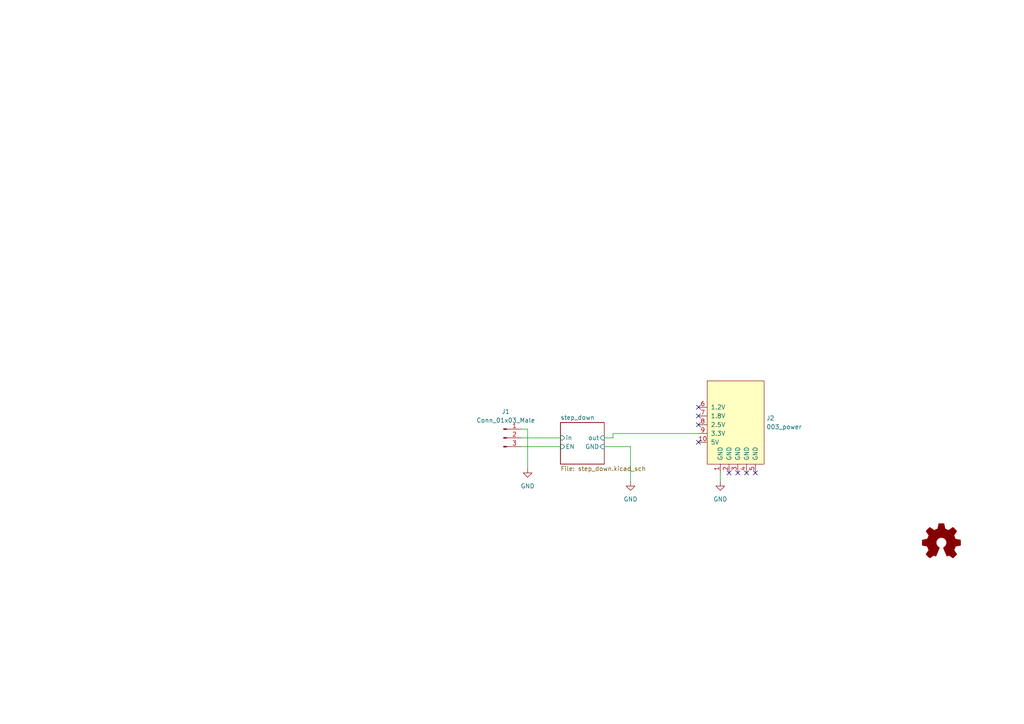
<source format=kicad_sch>
(kicad_sch (version 20230121) (generator eeschema)

  (uuid 57732dd3-1162-4c3f-88bd-31bf473d124d)

  (paper "A4")

  (lib_symbols
    (symbol "Connector:Conn_01x03_Male" (pin_names (offset 1.016) hide) (in_bom yes) (on_board yes)
      (property "Reference" "J" (at 0 5.08 0)
        (effects (font (size 1.27 1.27)))
      )
      (property "Value" "Conn_01x03_Male" (at 0 -5.08 0)
        (effects (font (size 1.27 1.27)))
      )
      (property "Footprint" "" (at 0 0 0)
        (effects (font (size 1.27 1.27)) hide)
      )
      (property "Datasheet" "~" (at 0 0 0)
        (effects (font (size 1.27 1.27)) hide)
      )
      (property "ki_keywords" "connector" (at 0 0 0)
        (effects (font (size 1.27 1.27)) hide)
      )
      (property "ki_description" "Generic connector, single row, 01x03, script generated (kicad-library-utils/schlib/autogen/connector/)" (at 0 0 0)
        (effects (font (size 1.27 1.27)) hide)
      )
      (property "ki_fp_filters" "Connector*:*_1x??_*" (at 0 0 0)
        (effects (font (size 1.27 1.27)) hide)
      )
      (symbol "Conn_01x03_Male_1_1"
        (polyline
          (pts
            (xy 1.27 -2.54)
            (xy 0.8636 -2.54)
          )
          (stroke (width 0.1524) (type default))
          (fill (type none))
        )
        (polyline
          (pts
            (xy 1.27 0)
            (xy 0.8636 0)
          )
          (stroke (width 0.1524) (type default))
          (fill (type none))
        )
        (polyline
          (pts
            (xy 1.27 2.54)
            (xy 0.8636 2.54)
          )
          (stroke (width 0.1524) (type default))
          (fill (type none))
        )
        (rectangle (start 0.8636 -2.413) (end 0 -2.667)
          (stroke (width 0.1524) (type default))
          (fill (type outline))
        )
        (rectangle (start 0.8636 0.127) (end 0 -0.127)
          (stroke (width 0.1524) (type default))
          (fill (type outline))
        )
        (rectangle (start 0.8636 2.667) (end 0 2.413)
          (stroke (width 0.1524) (type default))
          (fill (type outline))
        )
        (pin passive line (at 5.08 2.54 180) (length 3.81)
          (name "Pin_1" (effects (font (size 1.27 1.27))))
          (number "1" (effects (font (size 1.27 1.27))))
        )
        (pin passive line (at 5.08 0 180) (length 3.81)
          (name "Pin_2" (effects (font (size 1.27 1.27))))
          (number "2" (effects (font (size 1.27 1.27))))
        )
        (pin passive line (at 5.08 -2.54 180) (length 3.81)
          (name "Pin_3" (effects (font (size 1.27 1.27))))
          (number "3" (effects (font (size 1.27 1.27))))
        )
      )
    )
    (symbol "Graphic:Logo_Open_Hardware_Small" (pin_names (offset 1.016)) (in_bom yes) (on_board yes)
      (property "Reference" "#LOGO" (at 0 6.985 0)
        (effects (font (size 1.27 1.27)) hide)
      )
      (property "Value" "Logo_Open_Hardware_Small" (at 0 -5.715 0)
        (effects (font (size 1.27 1.27)) hide)
      )
      (property "Footprint" "" (at 0 0 0)
        (effects (font (size 1.27 1.27)) hide)
      )
      (property "Datasheet" "~" (at 0 0 0)
        (effects (font (size 1.27 1.27)) hide)
      )
      (property "ki_keywords" "Logo" (at 0 0 0)
        (effects (font (size 1.27 1.27)) hide)
      )
      (property "ki_description" "Open Hardware logo, small" (at 0 0 0)
        (effects (font (size 1.27 1.27)) hide)
      )
      (symbol "Logo_Open_Hardware_Small_0_1"
        (polyline
          (pts
            (xy 3.3528 -4.3434)
            (xy 3.302 -4.318)
            (xy 3.175 -4.2418)
            (xy 2.9972 -4.1148)
            (xy 2.7686 -3.9624)
            (xy 2.54 -3.81)
            (xy 2.3622 -3.7084)
            (xy 2.2352 -3.6068)
            (xy 2.1844 -3.5814)
            (xy 2.159 -3.6068)
            (xy 2.0574 -3.6576)
            (xy 1.905 -3.7338)
            (xy 1.8034 -3.7846)
            (xy 1.6764 -3.8354)
            (xy 1.6002 -3.8354)
            (xy 1.6002 -3.8354)
            (xy 1.5494 -3.7338)
            (xy 1.4732 -3.5306)
            (xy 1.3462 -3.302)
            (xy 1.2446 -3.0226)
            (xy 1.1176 -2.7178)
            (xy 0.9652 -2.413)
            (xy 0.8636 -2.1082)
            (xy 0.7366 -1.8288)
            (xy 0.6604 -1.6256)
            (xy 0.6096 -1.4732)
            (xy 0.5842 -1.397)
            (xy 0.5842 -1.397)
            (xy 0.6604 -1.3208)
            (xy 0.7874 -1.2446)
            (xy 1.0414 -1.016)
            (xy 1.2954 -0.6858)
            (xy 1.4478 -0.3302)
            (xy 1.524 0.0762)
            (xy 1.4732 0.4572)
            (xy 1.3208 0.8128)
            (xy 1.0668 1.143)
            (xy 0.762 1.3716)
            (xy 0.4064 1.524)
            (xy 0 1.5748)
            (xy -0.381 1.5494)
            (xy -0.7366 1.397)
            (xy -1.0668 1.143)
            (xy -1.2192 0.9906)
            (xy -1.397 0.6604)
            (xy -1.524 0.3048)
            (xy -1.524 0.2286)
            (xy -1.4986 -0.1778)
            (xy -1.397 -0.5334)
            (xy -1.1938 -0.8636)
            (xy -0.9144 -1.143)
            (xy -0.8636 -1.1684)
            (xy -0.7366 -1.27)
            (xy -0.635 -1.3462)
            (xy -0.5842 -1.397)
            (xy -1.0668 -2.5908)
            (xy -1.143 -2.794)
            (xy -1.2954 -3.1242)
            (xy -1.397 -3.4036)
            (xy -1.4986 -3.6322)
            (xy -1.5748 -3.7846)
            (xy -1.6002 -3.8354)
            (xy -1.6002 -3.8354)
            (xy -1.651 -3.8354)
            (xy -1.7272 -3.81)
            (xy -1.905 -3.7338)
            (xy -2.0066 -3.683)
            (xy -2.1336 -3.6068)
            (xy -2.2098 -3.5814)
            (xy -2.2606 -3.6068)
            (xy -2.3622 -3.683)
            (xy -2.54 -3.81)
            (xy -2.7686 -3.9624)
            (xy -2.9718 -4.0894)
            (xy -3.1496 -4.2164)
            (xy -3.302 -4.318)
            (xy -3.3528 -4.3434)
            (xy -3.3782 -4.3434)
            (xy -3.429 -4.318)
            (xy -3.5306 -4.2164)
            (xy -3.7084 -4.064)
            (xy -3.937 -3.8354)
            (xy -3.9624 -3.81)
            (xy -4.1656 -3.6068)
            (xy -4.318 -3.4544)
            (xy -4.4196 -3.3274)
            (xy -4.445 -3.2766)
            (xy -4.445 -3.2766)
            (xy -4.4196 -3.2258)
            (xy -4.318 -3.0734)
            (xy -4.2164 -2.8956)
            (xy -4.064 -2.667)
            (xy -3.6576 -2.0828)
            (xy -3.8862 -1.5494)
            (xy -3.937 -1.3716)
            (xy -4.0386 -1.1684)
            (xy -4.0894 -1.0414)
            (xy -4.1148 -0.9652)
            (xy -4.191 -0.9398)
            (xy -4.318 -0.9144)
            (xy -4.5466 -0.8636)
            (xy -4.8006 -0.8128)
            (xy -5.0546 -0.7874)
            (xy -5.2578 -0.7366)
            (xy -5.4356 -0.7112)
            (xy -5.5118 -0.6858)
            (xy -5.5118 -0.6858)
            (xy -5.5372 -0.635)
            (xy -5.5372 -0.5588)
            (xy -5.5372 -0.4318)
            (xy -5.5626 -0.2286)
            (xy -5.5626 0.0762)
            (xy -5.5626 0.127)
            (xy -5.5372 0.4064)
            (xy -5.5372 0.635)
            (xy -5.5372 0.762)
            (xy -5.5372 0.8382)
            (xy -5.5372 0.8382)
            (xy -5.461 0.8382)
            (xy -5.3086 0.889)
            (xy -5.08 0.9144)
            (xy -4.826 0.9652)
            (xy -4.8006 0.9906)
            (xy -4.5466 1.0414)
            (xy -4.318 1.0668)
            (xy -4.1656 1.1176)
            (xy -4.0894 1.143)
            (xy -4.0894 1.143)
            (xy -4.0386 1.2446)
            (xy -3.9624 1.4224)
            (xy -3.8608 1.6256)
            (xy -3.7846 1.8288)
            (xy -3.7084 2.0066)
            (xy -3.6576 2.159)
            (xy -3.6322 2.2098)
            (xy -3.6322 2.2098)
            (xy -3.683 2.286)
            (xy -3.7592 2.413)
            (xy -3.8862 2.5908)
            (xy -4.064 2.8194)
            (xy -4.064 2.8448)
            (xy -4.2164 3.0734)
            (xy -4.3434 3.2512)
            (xy -4.4196 3.3782)
            (xy -4.445 3.4544)
            (xy -4.445 3.4544)
            (xy -4.3942 3.5052)
            (xy -4.2926 3.6322)
            (xy -4.1148 3.81)
            (xy -3.937 4.0132)
            (xy -3.8608 4.064)
            (xy -3.6576 4.2926)
            (xy -3.5052 4.4196)
            (xy -3.4036 4.4958)
            (xy -3.3528 4.5212)
            (xy -3.3528 4.5212)
            (xy -3.302 4.4704)
            (xy -3.1496 4.3688)
            (xy -2.9718 4.2418)
            (xy -2.7432 4.0894)
            (xy -2.7178 4.0894)
            (xy -2.4892 3.937)
            (xy -2.3114 3.81)
            (xy -2.1844 3.7084)
            (xy -2.1336 3.683)
            (xy -2.1082 3.683)
            (xy -2.032 3.7084)
            (xy -1.8542 3.7592)
            (xy -1.6764 3.8354)
            (xy -1.4732 3.937)
            (xy -1.27 4.0132)
            (xy -1.143 4.064)
            (xy -1.0668 4.1148)
            (xy -1.0668 4.1148)
            (xy -1.0414 4.191)
            (xy -1.016 4.3434)
            (xy -0.9652 4.572)
            (xy -0.9144 4.8514)
            (xy -0.889 4.9022)
            (xy -0.8382 5.1562)
            (xy -0.8128 5.3848)
            (xy -0.7874 5.5372)
            (xy -0.762 5.588)
            (xy -0.7112 5.6134)
            (xy -0.5842 5.6134)
            (xy -0.4064 5.6134)
            (xy -0.1524 5.6134)
            (xy 0.0762 5.6134)
            (xy 0.3302 5.6134)
            (xy 0.5334 5.6134)
            (xy 0.6858 5.588)
            (xy 0.7366 5.588)
            (xy 0.7366 5.588)
            (xy 0.762 5.5118)
            (xy 0.8128 5.334)
            (xy 0.8382 5.1054)
            (xy 0.9144 4.826)
            (xy 0.9144 4.7752)
            (xy 0.9652 4.5212)
            (xy 1.016 4.2926)
            (xy 1.0414 4.1402)
            (xy 1.0668 4.0894)
            (xy 1.0668 4.0894)
            (xy 1.1938 4.0386)
            (xy 1.3716 3.9624)
            (xy 1.5748 3.8608)
            (xy 2.0828 3.6576)
            (xy 2.7178 4.0894)
            (xy 2.7686 4.1402)
            (xy 2.9972 4.2926)
            (xy 3.175 4.4196)
            (xy 3.302 4.4958)
            (xy 3.3782 4.5212)
            (xy 3.3782 4.5212)
            (xy 3.429 4.4704)
            (xy 3.556 4.3434)
            (xy 3.7338 4.191)
            (xy 3.9116 3.9878)
            (xy 4.064 3.8354)
            (xy 4.2418 3.6576)
            (xy 4.3434 3.556)
            (xy 4.4196 3.4798)
            (xy 4.4196 3.429)
            (xy 4.4196 3.4036)
            (xy 4.3942 3.3274)
            (xy 4.2926 3.2004)
            (xy 4.1656 2.9972)
            (xy 4.0132 2.794)
            (xy 3.8862 2.5908)
            (xy 3.7592 2.3876)
            (xy 3.6576 2.2352)
            (xy 3.6322 2.159)
            (xy 3.6322 2.1336)
            (xy 3.683 2.0066)
            (xy 3.7592 1.8288)
            (xy 3.8608 1.6002)
            (xy 4.064 1.1176)
            (xy 4.3942 1.0414)
            (xy 4.5974 1.016)
            (xy 4.8768 0.9652)
            (xy 5.1308 0.9144)
            (xy 5.5372 0.8382)
            (xy 5.5626 -0.6604)
            (xy 5.4864 -0.6858)
            (xy 5.4356 -0.6858)
            (xy 5.2832 -0.7366)
            (xy 5.0546 -0.762)
            (xy 4.8006 -0.8128)
            (xy 4.5974 -0.8636)
            (xy 4.3688 -0.9144)
            (xy 4.2164 -0.9398)
            (xy 4.1402 -0.9398)
            (xy 4.1148 -0.9652)
            (xy 4.064 -1.0668)
            (xy 3.9878 -1.2446)
            (xy 3.9116 -1.4478)
            (xy 3.81 -1.651)
            (xy 3.7338 -1.8542)
            (xy 3.683 -2.0066)
            (xy 3.6576 -2.0828)
            (xy 3.683 -2.1336)
            (xy 3.7846 -2.2606)
            (xy 3.8862 -2.4638)
            (xy 4.0386 -2.667)
            (xy 4.191 -2.8956)
            (xy 4.318 -3.0734)
            (xy 4.3942 -3.2004)
            (xy 4.445 -3.2766)
            (xy 4.4196 -3.3274)
            (xy 4.3434 -3.429)
            (xy 4.1656 -3.5814)
            (xy 3.937 -3.8354)
            (xy 3.8862 -3.8608)
            (xy 3.683 -4.064)
            (xy 3.5306 -4.2164)
            (xy 3.4036 -4.318)
            (xy 3.3528 -4.3434)
          )
          (stroke (width 0) (type default))
          (fill (type outline))
        )
      )
    )
    (symbol "power:GND" (power) (pin_names (offset 0)) (in_bom yes) (on_board yes)
      (property "Reference" "#PWR" (at 0 -6.35 0)
        (effects (font (size 1.27 1.27)) hide)
      )
      (property "Value" "GND" (at 0 -3.81 0)
        (effects (font (size 1.27 1.27)))
      )
      (property "Footprint" "" (at 0 0 0)
        (effects (font (size 1.27 1.27)) hide)
      )
      (property "Datasheet" "" (at 0 0 0)
        (effects (font (size 1.27 1.27)) hide)
      )
      (property "ki_keywords" "power-flag" (at 0 0 0)
        (effects (font (size 1.27 1.27)) hide)
      )
      (property "ki_description" "Power symbol creates a global label with name \"GND\" , ground" (at 0 0 0)
        (effects (font (size 1.27 1.27)) hide)
      )
      (symbol "GND_0_1"
        (polyline
          (pts
            (xy 0 0)
            (xy 0 -1.27)
            (xy 1.27 -1.27)
            (xy 0 -2.54)
            (xy -1.27 -1.27)
            (xy 0 -1.27)
          )
          (stroke (width 0) (type default))
          (fill (type none))
        )
      )
      (symbol "GND_1_1"
        (pin power_in line (at 0 0 270) (length 0) hide
          (name "GND" (effects (font (size 1.27 1.27))))
          (number "1" (effects (font (size 1.27 1.27))))
        )
      )
    )
    (symbol "put_on_edge:003_power" (pin_names (offset 1.016)) (in_bom yes) (on_board yes)
      (property "Reference" "J" (at -2.54 13.97 0)
        (effects (font (size 1.27 1.27)))
      )
      (property "Value" "003_power" (at 8.89 13.97 0)
        (effects (font (size 1.27 1.27)))
      )
      (property "Footprint" "" (at 7.62 16.51 0)
        (effects (font (size 1.27 1.27)) hide)
      )
      (property "Datasheet" "" (at 7.62 16.51 0)
        (effects (font (size 1.27 1.27)) hide)
      )
      (symbol "003_power_0_1"
        (rectangle (start -8.89 12.7) (end 7.62 -11.43)
          (stroke (width 0) (type default))
          (fill (type background))
        )
      )
      (symbol "003_power_1_1"
        (pin power_in line (at -5.08 -13.97 90) (length 2.54)
          (name "GND" (effects (font (size 1.27 1.27))))
          (number "1" (effects (font (size 1.27 1.27))))
        )
        (pin power_out line (at -11.43 -5.08 0) (length 2.54)
          (name "5V" (effects (font (size 1.27 1.27))))
          (number "10" (effects (font (size 1.27 1.27))))
        )
        (pin power_in line (at -2.54 -13.97 90) (length 2.54)
          (name "GND" (effects (font (size 1.27 1.27))))
          (number "2" (effects (font (size 1.27 1.27))))
        )
        (pin power_in line (at 0 -13.97 90) (length 2.54)
          (name "GND" (effects (font (size 1.27 1.27))))
          (number "3" (effects (font (size 1.27 1.27))))
        )
        (pin power_in line (at 2.54 -13.97 90) (length 2.54)
          (name "GND" (effects (font (size 1.27 1.27))))
          (number "4" (effects (font (size 1.27 1.27))))
        )
        (pin power_in line (at 5.08 -13.97 90) (length 2.54)
          (name "GND" (effects (font (size 1.27 1.27))))
          (number "5" (effects (font (size 1.27 1.27))))
        )
        (pin power_out line (at -11.43 5.08 0) (length 2.54)
          (name "1.2V" (effects (font (size 1.27 1.27))))
          (number "6" (effects (font (size 1.27 1.27))))
        )
        (pin power_out line (at -11.43 2.54 0) (length 2.54)
          (name "1.8V" (effects (font (size 1.27 1.27))))
          (number "7" (effects (font (size 1.27 1.27))))
        )
        (pin power_out line (at -11.43 0 0) (length 2.54)
          (name "2.5V" (effects (font (size 1.27 1.27))))
          (number "8" (effects (font (size 1.27 1.27))))
        )
        (pin power_out line (at -11.43 -2.54 0) (length 2.54)
          (name "3.3V" (effects (font (size 1.27 1.27))))
          (number "9" (effects (font (size 1.27 1.27))))
        )
      )
    )
  )


  (no_connect (at 211.455 137.16) (uuid d87641ba-d0a7-4809-ad65-260176545601))
  (no_connect (at 213.995 137.16) (uuid d87641ba-d0a7-4809-ad65-260176545602))
  (no_connect (at 216.535 137.16) (uuid d87641ba-d0a7-4809-ad65-260176545603))
  (no_connect (at 219.075 137.16) (uuid d87641ba-d0a7-4809-ad65-260176545604))
  (no_connect (at 202.565 118.11) (uuid d87641ba-d0a7-4809-ad65-260176545605))
  (no_connect (at 202.565 128.27) (uuid d87641ba-d0a7-4809-ad65-260176545606))
  (no_connect (at 202.565 123.19) (uuid d87641ba-d0a7-4809-ad65-260176545607))
  (no_connect (at 202.565 120.65) (uuid d87641ba-d0a7-4809-ad65-260176545608))

  (wire (pts (xy 151.13 127) (xy 162.56 127))
    (stroke (width 0) (type default))
    (uuid 4cd0c7be-0071-41ae-905b-847b23faadf9)
  )
  (wire (pts (xy 177.8 127) (xy 175.26 127))
    (stroke (width 0) (type default))
    (uuid 4fe918c1-0446-45a7-866b-e0fd6e7de3bf)
  )
  (wire (pts (xy 182.88 129.54) (xy 182.88 139.7))
    (stroke (width 0) (type default))
    (uuid 5a1fc14d-1d6f-444c-82b2-77ce3f0eeb3f)
  )
  (wire (pts (xy 151.13 129.54) (xy 162.56 129.54))
    (stroke (width 0) (type default))
    (uuid 93971b48-7bc0-4771-88ca-97bdfa18407d)
  )
  (wire (pts (xy 208.915 137.16) (xy 208.915 139.7))
    (stroke (width 0) (type default))
    (uuid 986e113e-3174-4871-8a1f-55cec57a6990)
  )
  (wire (pts (xy 153.035 124.46) (xy 151.13 124.46))
    (stroke (width 0) (type default))
    (uuid 990b6ae8-20d4-4a37-8f79-fc13dd35e740)
  )
  (wire (pts (xy 177.8 125.73) (xy 177.8 127))
    (stroke (width 0) (type default))
    (uuid b5991c93-494a-4f7f-a966-5c1cbf9b25fe)
  )
  (wire (pts (xy 175.26 129.54) (xy 182.88 129.54))
    (stroke (width 0) (type default))
    (uuid b5f50e6e-6728-4454-96f5-44e0bc388ce5)
  )
  (wire (pts (xy 153.035 135.89) (xy 153.035 124.46))
    (stroke (width 0) (type default))
    (uuid c026d226-357d-41b9-aabd-dfe943170906)
  )
  (wire (pts (xy 202.565 125.73) (xy 177.8 125.73))
    (stroke (width 0) (type default))
    (uuid f3219932-84e4-4c1a-bf56-e3a10589450b)
  )

  (symbol (lib_id "put_on_edge:003_power") (at 213.995 123.19 0) (unit 1)
    (in_bom yes) (on_board yes) (dnp no) (fields_autoplaced)
    (uuid 115ebb33-f57b-4b07-82c7-d986b4b37700)
    (property "Reference" "J2" (at 222.25 121.2849 0)
      (effects (font (size 1.27 1.27)) (justify left))
    )
    (property "Value" "003_power" (at 222.25 123.8249 0)
      (effects (font (size 1.27 1.27)) (justify left))
    )
    (property "Footprint" "on_edge:on_edge_2x05_host" (at 221.615 106.68 0)
      (effects (font (size 1.27 1.27)) hide)
    )
    (property "Datasheet" "" (at 221.615 106.68 0)
      (effects (font (size 1.27 1.27)) hide)
    )
    (pin "1" (uuid 348c708e-e698-4ce4-b274-44c44a3afdc4))
    (pin "10" (uuid 958fbd59-dbc4-4b95-85f0-b68851df34cd))
    (pin "2" (uuid 009299ca-39a0-426b-993d-22d35c1062c1))
    (pin "3" (uuid 913d3a8f-5641-41f9-a9e3-ff6c3efae887))
    (pin "4" (uuid cfc0681c-e8eb-4c3a-aa9b-18796b8e18b2))
    (pin "5" (uuid f7fe6edf-89ca-4ab9-a0a7-cbbd9527b29a))
    (pin "6" (uuid 2816f5af-9cf4-4be3-a386-4c8b1911a2b9))
    (pin "7" (uuid 4693c6f5-dafb-474c-8f87-ba3c917ee4c5))
    (pin "8" (uuid ea7b05f5-07ba-4038-bbb8-7760be68bf70))
    (pin "9" (uuid f622a422-5219-4d3a-b4f8-cb42b20a6722))
    (instances
      (project "board"
        (path "/57732dd3-1162-4c3f-88bd-31bf473d124d"
          (reference "J2") (unit 1)
        )
      )
    )
  )

  (symbol (lib_id "power:GND") (at 208.915 139.7 0) (unit 1)
    (in_bom yes) (on_board yes) (dnp no) (fields_autoplaced)
    (uuid 2cbba414-8e91-427f-9a25-b90509cca343)
    (property "Reference" "#PWR0101" (at 208.915 146.05 0)
      (effects (font (size 1.27 1.27)) hide)
    )
    (property "Value" "GND" (at 208.915 144.78 0)
      (effects (font (size 1.27 1.27)))
    )
    (property "Footprint" "" (at 208.915 139.7 0)
      (effects (font (size 1.27 1.27)) hide)
    )
    (property "Datasheet" "" (at 208.915 139.7 0)
      (effects (font (size 1.27 1.27)) hide)
    )
    (pin "1" (uuid 86c003d0-ccd1-429f-91ce-972ba9e2863e))
    (instances
      (project "board"
        (path "/57732dd3-1162-4c3f-88bd-31bf473d124d"
          (reference "#PWR0101") (unit 1)
        )
      )
    )
  )

  (symbol (lib_id "Connector:Conn_01x03_Male") (at 146.05 127 0) (unit 1)
    (in_bom yes) (on_board yes) (dnp no) (fields_autoplaced)
    (uuid 6f26a85e-63cd-40e1-8ae1-98f70683ced0)
    (property "Reference" "J1" (at 146.685 119.38 0)
      (effects (font (size 1.27 1.27)))
    )
    (property "Value" "Conn_01x03_Male" (at 146.685 121.92 0)
      (effects (font (size 1.27 1.27)))
    )
    (property "Footprint" "Connector_PinHeader_2.54mm:PinHeader_1x03_P2.54mm_Vertical" (at 146.05 127 0)
      (effects (font (size 1.27 1.27)) hide)
    )
    (property "Datasheet" "~" (at 146.05 127 0)
      (effects (font (size 1.27 1.27)) hide)
    )
    (pin "1" (uuid 81cfd879-5e0e-4c8c-9e03-eaf689c6a173))
    (pin "2" (uuid 68347d7f-264c-4e43-a28b-0a6045df1ac3))
    (pin "3" (uuid 39a6fd4f-fac4-477a-a360-19f6284e5321))
    (instances
      (project "board"
        (path "/57732dd3-1162-4c3f-88bd-31bf473d124d"
          (reference "J1") (unit 1)
        )
      )
    )
  )

  (symbol (lib_id "power:GND") (at 182.88 139.7 0) (unit 1)
    (in_bom yes) (on_board yes) (dnp no) (fields_autoplaced)
    (uuid 971afa99-5d33-4a72-a8e1-edd3c45138ed)
    (property "Reference" "#PWR0102" (at 182.88 146.05 0)
      (effects (font (size 1.27 1.27)) hide)
    )
    (property "Value" "GND" (at 182.88 144.78 0)
      (effects (font (size 1.27 1.27)))
    )
    (property "Footprint" "" (at 182.88 139.7 0)
      (effects (font (size 1.27 1.27)) hide)
    )
    (property "Datasheet" "" (at 182.88 139.7 0)
      (effects (font (size 1.27 1.27)) hide)
    )
    (pin "1" (uuid 0e12e353-ffd6-4e27-8957-653e209f57b0))
    (instances
      (project "board"
        (path "/57732dd3-1162-4c3f-88bd-31bf473d124d"
          (reference "#PWR0102") (unit 1)
        )
      )
    )
  )

  (symbol (lib_id "Graphic:Logo_Open_Hardware_Small") (at 273.05 157.48 0) (unit 1)
    (in_bom yes) (on_board yes) (dnp no) (fields_autoplaced)
    (uuid b72b6f4a-7489-40f2-bb90-d75ae01aa368)
    (property "Reference" "LOGO1" (at 273.05 150.495 0)
      (effects (font (size 1.27 1.27)) hide)
    )
    (property "Value" "Logo_Open_Hardware_Small" (at 273.05 163.195 0)
      (effects (font (size 1.27 1.27)) hide)
    )
    (property "Footprint" "Symbol:OSHW-Symbol_6.7x6mm_SilkScreen" (at 273.05 157.48 0)
      (effects (font (size 1.27 1.27)) hide)
    )
    (property "Datasheet" "~" (at 273.05 157.48 0)
      (effects (font (size 1.27 1.27)) hide)
    )
    (instances
      (project "board"
        (path "/57732dd3-1162-4c3f-88bd-31bf473d124d"
          (reference "LOGO1") (unit 1)
        )
      )
    )
  )

  (symbol (lib_id "power:GND") (at 153.035 135.89 0) (unit 1)
    (in_bom yes) (on_board yes) (dnp no) (fields_autoplaced)
    (uuid e1af2a15-1b4f-4cb7-8c9a-9c169153b8ba)
    (property "Reference" "#PWR0103" (at 153.035 142.24 0)
      (effects (font (size 1.27 1.27)) hide)
    )
    (property "Value" "GND" (at 153.035 140.97 0)
      (effects (font (size 1.27 1.27)))
    )
    (property "Footprint" "" (at 153.035 135.89 0)
      (effects (font (size 1.27 1.27)) hide)
    )
    (property "Datasheet" "" (at 153.035 135.89 0)
      (effects (font (size 1.27 1.27)) hide)
    )
    (pin "1" (uuid 1529ef48-223e-4a49-915e-f0fa9d6845f5))
    (instances
      (project "board"
        (path "/57732dd3-1162-4c3f-88bd-31bf473d124d"
          (reference "#PWR0103") (unit 1)
        )
      )
    )
  )

  (sheet (at 162.56 122.555) (size 12.7 12.065) (fields_autoplaced)
    (stroke (width 0.1524) (type solid))
    (fill (color 0 0 0 0.0000))
    (uuid 767ce4c6-0e55-4543-92f0-34cb8237a544)
    (property "Sheetname" "step_down" (at 162.56 121.8434 0)
      (effects (font (size 1.27 1.27)) (justify left bottom))
    )
    (property "Sheetfile" "step_down.kicad_sch" (at 162.56 135.2046 0)
      (effects (font (size 1.27 1.27)) (justify left top))
    )
    (pin "GND" input (at 175.26 129.54 0)
      (effects (font (size 1.27 1.27)) (justify right))
      (uuid 466cf29f-04d2-4303-aa26-8ec28548d2f2)
    )
    (pin "out" input (at 175.26 127 0)
      (effects (font (size 1.27 1.27)) (justify right))
      (uuid 0a489055-e8ba-4eea-becf-e809bc3edf51)
    )
    (pin "in" input (at 162.56 127 180)
      (effects (font (size 1.27 1.27)) (justify left))
      (uuid 9911be40-e6a9-472d-a168-2a6a3a1ca377)
    )
    (pin "EN" input (at 162.56 129.54 180)
      (effects (font (size 1.27 1.27)) (justify left))
      (uuid 00df47ab-a354-4235-b8c7-13f4682b51e4)
    )
    (instances
      (project "board"
        (path "/57732dd3-1162-4c3f-88bd-31bf473d124d" (page "2"))
      )
    )
  )

  (sheet_instances
    (path "/" (page "1"))
  )
)

</source>
